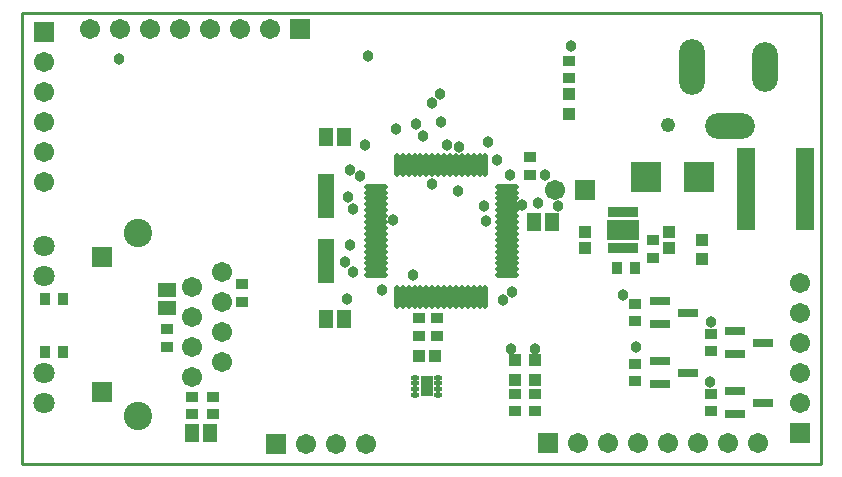
<source format=gts>
%FSLAX25Y25*%
%MOIN*%
G70*
G01*
G75*
G04 Layer_Color=8388736*
%ADD10R,0.03150X0.03150*%
%ADD11R,0.03543X0.02756*%
%ADD12R,0.04724X0.13780*%
%ADD13R,0.04331X0.05512*%
%ADD14R,0.05512X0.04331*%
%ADD15R,0.02756X0.03543*%
%ADD16O,0.07087X0.01181*%
%ADD17O,0.01181X0.07087*%
%ADD18R,0.05512X0.26378*%
%ADD19R,0.03543X0.03150*%
%ADD20R,0.09055X0.09055*%
%ADD21R,0.09764X0.06102*%
%ADD22R,0.01181X0.02559*%
%ADD23R,0.05709X0.02362*%
%ADD24O,0.02165X0.00984*%
%ADD25R,0.03543X0.05906*%
%ADD26R,0.03150X0.03543*%
%ADD27C,0.01000*%
%ADD28C,0.02000*%
%ADD29C,0.03500*%
%ADD30C,0.05000*%
%ADD31C,0.04000*%
%ADD32C,0.01200*%
%ADD33C,0.01500*%
%ADD34C,0.03000*%
%ADD35C,0.05906*%
%ADD36C,0.08661*%
%ADD37R,0.05906X0.05906*%
%ADD38C,0.06299*%
%ADD39O,0.07874X0.17716*%
%ADD40O,0.07874X0.15748*%
%ADD41O,0.15748X0.07874*%
%ADD42C,0.05906*%
%ADD43R,0.05906X0.05906*%
%ADD44C,0.03000*%
%ADD45C,0.04000*%
%ADD46R,0.10039X0.03347*%
%ADD47R,0.22441X0.22244*%
%ADD48C,0.00984*%
%ADD49C,0.02362*%
%ADD50C,0.00394*%
%ADD51C,0.00787*%
%ADD52R,0.03950X0.03950*%
%ADD53R,0.04343X0.03556*%
%ADD54R,0.05524X0.14579*%
%ADD55R,0.05131X0.06312*%
%ADD56R,0.06312X0.05131*%
%ADD57R,0.03556X0.04343*%
%ADD58O,0.07887X0.01981*%
%ADD59O,0.01981X0.07887*%
%ADD60R,0.06312X0.27178*%
%ADD61R,0.04343X0.03950*%
%ADD62R,0.09855X0.09855*%
%ADD63R,0.10564X0.06902*%
%ADD64R,0.01981X0.03359*%
%ADD65R,0.06509X0.03162*%
%ADD66O,0.02965X0.01784*%
%ADD67R,0.04343X0.06706*%
%ADD68R,0.03950X0.04343*%
%ADD69C,0.06706*%
%ADD70C,0.09461*%
%ADD71R,0.06706X0.06706*%
%ADD72C,0.07099*%
%ADD73O,0.08674X0.18517*%
%ADD74O,0.08674X0.16548*%
%ADD75O,0.16548X0.08674*%
%ADD76C,0.06706*%
%ADD77R,0.06706X0.06706*%
%ADD78C,0.03800*%
%ADD79C,0.04800*%
D27*
X127200Y21600D02*
Y172000D01*
X127100Y21500D02*
X127200Y21600D01*
X127100Y21500D02*
X393400D01*
X393500Y21600D01*
Y171600D01*
X393100Y172000D02*
X393500Y171600D01*
X127200Y172000D02*
X393100D01*
D52*
X354000Y96248D02*
D03*
Y89752D02*
D03*
X309600Y138352D02*
D03*
Y144848D02*
D03*
X298200Y56048D02*
D03*
Y49552D02*
D03*
X291600Y56048D02*
D03*
Y49552D02*
D03*
D53*
X309600Y155953D02*
D03*
Y150047D02*
D03*
X298200Y39047D02*
D03*
Y44953D02*
D03*
X291600Y39047D02*
D03*
Y44953D02*
D03*
X296453Y117874D02*
D03*
Y123779D02*
D03*
X265500Y64374D02*
D03*
Y70280D02*
D03*
X259500Y70280D02*
D03*
Y64374D02*
D03*
X200500Y81453D02*
D03*
Y75547D02*
D03*
X175500Y66453D02*
D03*
Y60547D02*
D03*
X184000Y38047D02*
D03*
Y43953D02*
D03*
X191000Y38047D02*
D03*
Y43953D02*
D03*
X337500Y90291D02*
D03*
Y96197D02*
D03*
X357000Y39047D02*
D03*
Y44953D02*
D03*
X331500Y49047D02*
D03*
Y54953D02*
D03*
X357000Y59047D02*
D03*
Y64953D02*
D03*
X331500Y69047D02*
D03*
Y74953D02*
D03*
D54*
X228500Y110827D02*
D03*
Y89173D02*
D03*
D55*
X228547Y130500D02*
D03*
X234453D02*
D03*
X228547Y70000D02*
D03*
X234453D02*
D03*
X184047Y32000D02*
D03*
X189953D02*
D03*
X298047Y102327D02*
D03*
X303953D02*
D03*
D56*
X175500Y73547D02*
D03*
Y79453D02*
D03*
D57*
X135047Y59000D02*
D03*
X140953D02*
D03*
X135047Y76500D02*
D03*
X140953D02*
D03*
X325547Y86744D02*
D03*
X331453D02*
D03*
D58*
X288803Y92335D02*
D03*
Y88398D02*
D03*
Y90366D02*
D03*
Y94303D02*
D03*
Y84461D02*
D03*
Y86429D02*
D03*
Y96272D02*
D03*
Y98240D02*
D03*
Y100209D02*
D03*
Y102177D02*
D03*
Y104146D02*
D03*
Y106114D02*
D03*
Y108083D02*
D03*
Y110051D02*
D03*
Y112020D02*
D03*
Y113988D02*
D03*
X245102D02*
D03*
Y112020D02*
D03*
Y110051D02*
D03*
Y108083D02*
D03*
Y106114D02*
D03*
Y104146D02*
D03*
Y102177D02*
D03*
Y100209D02*
D03*
Y98240D02*
D03*
Y96272D02*
D03*
Y94303D02*
D03*
Y92335D02*
D03*
Y90366D02*
D03*
Y88398D02*
D03*
Y86429D02*
D03*
Y84461D02*
D03*
D59*
X281716Y121075D02*
D03*
X279748D02*
D03*
X277780D02*
D03*
X275811D02*
D03*
X273843D02*
D03*
X271874D02*
D03*
X269905D02*
D03*
X267937D02*
D03*
X265968D02*
D03*
X264000D02*
D03*
X262032D02*
D03*
X260063D02*
D03*
X258095D02*
D03*
X256126D02*
D03*
X254157D02*
D03*
X252189D02*
D03*
Y77374D02*
D03*
X258095D02*
D03*
X260063D02*
D03*
X262032D02*
D03*
X264000D02*
D03*
X265968D02*
D03*
X267937D02*
D03*
X269905D02*
D03*
X271874D02*
D03*
X273843D02*
D03*
X275811D02*
D03*
X277780D02*
D03*
X279748D02*
D03*
X281716D02*
D03*
X254157D02*
D03*
X256126D02*
D03*
D60*
X388342Y113244D02*
D03*
X368657D02*
D03*
D61*
X343000Y93488D02*
D03*
Y99000D02*
D03*
X315000Y93488D02*
D03*
Y99000D02*
D03*
D62*
X335142Y117244D02*
D03*
X352858D02*
D03*
D63*
X327500Y99500D02*
D03*
D64*
X331437Y93398D02*
D03*
X329468D02*
D03*
X327500D02*
D03*
X325532D02*
D03*
X323563D02*
D03*
Y105602D02*
D03*
X325532D02*
D03*
X327500D02*
D03*
X329468D02*
D03*
X331437D02*
D03*
D65*
X364874Y45740D02*
D03*
Y38260D02*
D03*
X374126Y42000D02*
D03*
X339874Y55740D02*
D03*
Y48260D02*
D03*
X349126Y52000D02*
D03*
X364874Y65740D02*
D03*
Y58260D02*
D03*
X374126Y62000D02*
D03*
X339874Y75740D02*
D03*
Y68260D02*
D03*
X349126Y72000D02*
D03*
D66*
X258361Y50353D02*
D03*
Y48384D02*
D03*
Y46416D02*
D03*
Y44447D02*
D03*
X266039D02*
D03*
Y46416D02*
D03*
Y48384D02*
D03*
Y50353D02*
D03*
D67*
X262200Y47400D02*
D03*
D68*
X264956Y57600D02*
D03*
X259444D02*
D03*
D69*
X184000Y60535D02*
D03*
X194000Y75465D02*
D03*
X184000Y50535D02*
D03*
X194000Y85465D02*
D03*
Y65465D02*
D03*
Y55465D02*
D03*
X184000Y80535D02*
D03*
Y70535D02*
D03*
X374972Y150063D02*
D03*
Y157937D02*
D03*
X359224Y134315D02*
D03*
X367098D02*
D03*
X305000Y113000D02*
D03*
X134500Y155500D02*
D03*
Y145500D02*
D03*
Y135500D02*
D03*
Y125500D02*
D03*
Y115500D02*
D03*
X210000Y166500D02*
D03*
X160000D02*
D03*
X190000D02*
D03*
X200000D02*
D03*
X180000D02*
D03*
X170000D02*
D03*
X150000D02*
D03*
X352500Y28500D02*
D03*
X342500D02*
D03*
X312500D02*
D03*
X322500D02*
D03*
X332500D02*
D03*
X362500D02*
D03*
X372500D02*
D03*
X386500Y42000D02*
D03*
Y52000D02*
D03*
Y62000D02*
D03*
Y72000D02*
D03*
Y82000D02*
D03*
X241800Y28200D02*
D03*
X221800D02*
D03*
X231800D02*
D03*
D70*
X166008Y37508D02*
D03*
Y98492D02*
D03*
D71*
X154000Y45500D02*
D03*
Y90500D02*
D03*
X315000Y113000D02*
D03*
X220000Y166500D02*
D03*
X302500Y28500D02*
D03*
X211800Y28200D02*
D03*
D72*
X134709Y94083D02*
D03*
Y84083D02*
D03*
Y41917D02*
D03*
Y51917D02*
D03*
D73*
X350563Y154000D02*
D03*
D74*
X374972D02*
D03*
D75*
X363161Y134315D02*
D03*
D76*
X350563Y158921D02*
D03*
Y149079D02*
D03*
D77*
X134500Y165500D02*
D03*
X386500Y32000D02*
D03*
D78*
X310200Y160800D02*
D03*
X298200Y60000D02*
D03*
X290400D02*
D03*
X282000Y102600D02*
D03*
X281400Y107400D02*
D03*
X299400Y108600D02*
D03*
X294000Y108000D02*
D03*
X306000Y107400D02*
D03*
X287700Y76200D02*
D03*
X237600Y85600D02*
D03*
X251800Y133200D02*
D03*
X258500Y135000D02*
D03*
X261000Y130800D02*
D03*
X268800Y127800D02*
D03*
X273000Y127200D02*
D03*
X356500Y49000D02*
D03*
X331800Y60600D02*
D03*
X327600Y78000D02*
D03*
X357000Y69000D02*
D03*
X301500Y118000D02*
D03*
X290500Y79000D02*
D03*
X159600Y156400D02*
D03*
X242500Y157500D02*
D03*
X235500Y76500D02*
D03*
X241500Y128000D02*
D03*
X272500Y112500D02*
D03*
X247364Y79636D02*
D03*
X264000Y115000D02*
D03*
X251000Y103000D02*
D03*
X285500Y123000D02*
D03*
X267000Y135500D02*
D03*
X237500Y106500D02*
D03*
X240000Y117500D02*
D03*
X236500Y119500D02*
D03*
X235800Y110400D02*
D03*
X266500Y145000D02*
D03*
X264000Y142000D02*
D03*
X257500Y84500D02*
D03*
X236500Y94500D02*
D03*
X235000Y89000D02*
D03*
X290000Y117874D02*
D03*
X262200Y47400D02*
D03*
X282600Y129000D02*
D03*
D79*
X342500Y134500D02*
D03*
M02*

</source>
